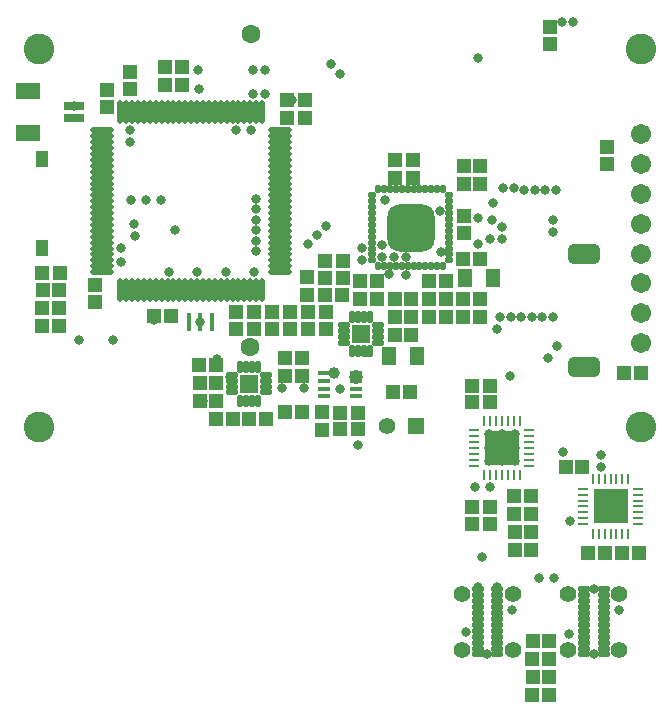
<source format=gts>
G04*
G04 #@! TF.GenerationSoftware,Altium Limited,Altium Designer,21.9.2 (33)*
G04*
G04 Layer_Color=8388736*
%FSLAX25Y25*%
%MOIN*%
G70*
G04*
G04 #@! TF.SameCoordinates,B4EE9FE0-2F64-4693-93D6-35106772D84E*
G04*
G04*
G04 #@! TF.FilePolarity,Negative*
G04*
G01*
G75*
%ADD17R,0.04934X0.04540*%
%ADD18R,0.05131X0.04737*%
%ADD19R,0.04540X0.04934*%
G04:AMPARAMS|DCode=20|XSize=106.42mil|YSize=67.06mil|CornerRadius=18.76mil|HoleSize=0mil|Usage=FLASHONLY|Rotation=0.000|XOffset=0mil|YOffset=0mil|HoleType=Round|Shape=RoundedRectangle|*
%AMROUNDEDRECTD20*
21,1,0.10642,0.02953,0,0,0.0*
21,1,0.06890,0.06706,0,0,0.0*
1,1,0.03753,0.03445,-0.01476*
1,1,0.03753,-0.03445,-0.01476*
1,1,0.03753,-0.03445,0.01476*
1,1,0.03753,0.03445,0.01476*
%
%ADD20ROUNDEDRECTD20*%
%ADD21R,0.04737X0.05131*%
G04:AMPARAMS|DCode=22|XSize=157.61mil|YSize=157.61mil|CornerRadius=41.4mil|HoleSize=0mil|Usage=FLASHONLY|Rotation=180.000|XOffset=0mil|YOffset=0mil|HoleType=Round|Shape=RoundedRectangle|*
%AMROUNDEDRECTD22*
21,1,0.15761,0.07480,0,0,180.0*
21,1,0.07480,0.15761,0,0,180.0*
1,1,0.08280,-0.03740,0.03740*
1,1,0.08280,0.03740,0.03740*
1,1,0.08280,0.03740,-0.03740*
1,1,0.08280,-0.03740,-0.03740*
%
%ADD22ROUNDEDRECTD22*%
%ADD23R,0.03800X0.01000*%
%ADD24R,0.01000X0.03800*%
%ADD25R,0.11811X0.11811*%
%ADD26R,0.04950X0.05906*%
%ADD27O,0.01981X0.07887*%
%ADD28O,0.07887X0.01981*%
%ADD29R,0.04950X0.06299*%
%ADD30R,0.03937X0.05709*%
%ADD31R,0.06312X0.06312*%
G04:AMPARAMS|DCode=32|XSize=41.86mil|YSize=18.24mil|CornerRadius=5.28mil|HoleSize=0mil|Usage=FLASHONLY|Rotation=0.000|XOffset=0mil|YOffset=0mil|HoleType=Round|Shape=RoundedRectangle|*
%AMROUNDEDRECTD32*
21,1,0.04186,0.00768,0,0,0.0*
21,1,0.03130,0.01824,0,0,0.0*
1,1,0.01056,0.01565,-0.00384*
1,1,0.01056,-0.01565,-0.00384*
1,1,0.01056,-0.01565,0.00384*
1,1,0.01056,0.01565,0.00384*
%
%ADD32ROUNDEDRECTD32*%
G04:AMPARAMS|DCode=33|XSize=41.86mil|YSize=18.24mil|CornerRadius=5.28mil|HoleSize=0mil|Usage=FLASHONLY|Rotation=90.000|XOffset=0mil|YOffset=0mil|HoleType=Round|Shape=RoundedRectangle|*
%AMROUNDEDRECTD33*
21,1,0.04186,0.00768,0,0,90.0*
21,1,0.03130,0.01824,0,0,90.0*
1,1,0.01056,0.00384,0.01565*
1,1,0.01056,0.00384,-0.01565*
1,1,0.01056,-0.00384,-0.01565*
1,1,0.01056,-0.00384,0.01565*
%
%ADD33ROUNDEDRECTD33*%
%ADD34R,0.03950X0.01800*%
G04:AMPARAMS|DCode=35|XSize=19.81mil|YSize=41.47mil|CornerRadius=6.95mil|HoleSize=0mil|Usage=FLASHONLY|Rotation=90.000|XOffset=0mil|YOffset=0mil|HoleType=Round|Shape=RoundedRectangle|*
%AMROUNDEDRECTD35*
21,1,0.01981,0.02756,0,0,90.0*
21,1,0.00591,0.04147,0,0,90.0*
1,1,0.01391,0.01378,0.00295*
1,1,0.01391,0.01378,-0.00295*
1,1,0.01391,-0.01378,-0.00295*
1,1,0.01391,-0.01378,0.00295*
%
%ADD35ROUNDEDRECTD35*%
G04:AMPARAMS|DCode=36|XSize=25.72mil|YSize=21.78mil|CornerRadius=5.72mil|HoleSize=0mil|Usage=FLASHONLY|Rotation=0.000|XOffset=0mil|YOffset=0mil|HoleType=Round|Shape=RoundedRectangle|*
%AMROUNDEDRECTD36*
21,1,0.02572,0.01034,0,0,0.0*
21,1,0.01427,0.02178,0,0,0.0*
1,1,0.01145,0.00714,-0.00517*
1,1,0.01145,-0.00714,-0.00517*
1,1,0.01145,-0.00714,0.00517*
1,1,0.01145,0.00714,0.00517*
%
%ADD36ROUNDEDRECTD36*%
G04:AMPARAMS|DCode=37|XSize=25.72mil|YSize=21.78mil|CornerRadius=5.72mil|HoleSize=0mil|Usage=FLASHONLY|Rotation=90.000|XOffset=0mil|YOffset=0mil|HoleType=Round|Shape=RoundedRectangle|*
%AMROUNDEDRECTD37*
21,1,0.02572,0.01034,0,0,90.0*
21,1,0.01427,0.02178,0,0,90.0*
1,1,0.01145,0.00517,0.00714*
1,1,0.01145,0.00517,-0.00714*
1,1,0.01145,-0.00517,-0.00714*
1,1,0.01145,-0.00517,0.00714*
%
%ADD37ROUNDEDRECTD37*%
%ADD38R,0.01181X0.06299*%
%ADD39R,0.07887X0.05524*%
%ADD40R,0.06902X0.03162*%
%ADD41R,0.05512X0.05512*%
%ADD42C,0.05512*%
%ADD43C,0.05524*%
%ADD44C,0.03162*%
%ADD45C,0.03753*%
%ADD46C,0.04737*%
%ADD47C,0.06312*%
%ADD48C,0.03950*%
%ADD49C,0.06706*%
%ADD50C,0.10249*%
D17*
X70000Y111854D02*
D03*
Y106146D02*
D03*
X-5000Y28146D02*
D03*
Y33854D02*
D03*
X18500Y61646D02*
D03*
Y67354D02*
D03*
X41500Y48854D02*
D03*
Y43146D02*
D03*
X-6000Y-16646D02*
D03*
Y-22354D02*
D03*
X89000Y66146D02*
D03*
Y71854D02*
D03*
X-11000Y22646D02*
D03*
Y28354D02*
D03*
X-4500Y11146D02*
D03*
Y16854D02*
D03*
X-10500D02*
D03*
Y11146D02*
D03*
X-16500Y16854D02*
D03*
Y11146D02*
D03*
X-17500Y81646D02*
D03*
Y87354D02*
D03*
X-77500Y85146D02*
D03*
Y90854D02*
D03*
X-81500Y25854D02*
D03*
Y20146D02*
D03*
X-34500Y16854D02*
D03*
Y11146D02*
D03*
X-22500Y16854D02*
D03*
Y11146D02*
D03*
X-28500Y16854D02*
D03*
Y11146D02*
D03*
X44000Y-53854D02*
D03*
Y-48146D02*
D03*
X24500Y61646D02*
D03*
Y67354D02*
D03*
X-11500Y81646D02*
D03*
Y87354D02*
D03*
X-70000Y91146D02*
D03*
Y96854D02*
D03*
D18*
X44000Y-13256D02*
D03*
Y-7744D02*
D03*
X50000Y-13256D02*
D03*
Y-7744D02*
D03*
Y-48244D02*
D03*
Y-53756D02*
D03*
X6000Y-16744D02*
D03*
Y-22256D02*
D03*
X0Y-22256D02*
D03*
Y-16744D02*
D03*
X1000Y33756D02*
D03*
Y28244D02*
D03*
D19*
X41146Y15000D02*
D03*
X46854D02*
D03*
X41146Y34500D02*
D03*
X46854D02*
D03*
Y21000D02*
D03*
X41146D02*
D03*
X-46854Y-1000D02*
D03*
X-41146D02*
D03*
X-12646Y-16500D02*
D03*
X-18354D02*
D03*
X100354Y-3500D02*
D03*
X94646D02*
D03*
X-93646Y12000D02*
D03*
X-99354D02*
D03*
X-61854Y15500D02*
D03*
X-56146D02*
D03*
X64146Y-111000D02*
D03*
X69854D02*
D03*
X64146Y-99000D02*
D03*
X69854D02*
D03*
X12354Y21000D02*
D03*
X6646D02*
D03*
X-4854Y22500D02*
D03*
X854D02*
D03*
X6646Y27000D02*
D03*
X12354D02*
D03*
X35354Y21000D02*
D03*
X29646D02*
D03*
X-12646Y1500D02*
D03*
X-18354D02*
D03*
X-12646Y-4500D02*
D03*
X-18354D02*
D03*
X-24646Y-19000D02*
D03*
X-30354D02*
D03*
X35354Y15000D02*
D03*
X29646D02*
D03*
X35354Y27000D02*
D03*
X29646D02*
D03*
X99854Y-63500D02*
D03*
X94146D02*
D03*
X58146Y-44500D02*
D03*
X63854D02*
D03*
X58146Y-50500D02*
D03*
X63854D02*
D03*
X-99098Y29902D02*
D03*
X-93390D02*
D03*
D20*
X81500Y-1500D02*
D03*
Y36000D02*
D03*
D21*
X46756Y65500D02*
D03*
X41244D02*
D03*
X63756Y-62500D02*
D03*
X58244D02*
D03*
X75244Y-35000D02*
D03*
X80756D02*
D03*
X88256Y-63500D02*
D03*
X82744D02*
D03*
X58244Y-56500D02*
D03*
X-99256Y18000D02*
D03*
X-93744D02*
D03*
X-58256Y98500D02*
D03*
X-52744D02*
D03*
X69756Y-93000D02*
D03*
X64244D02*
D03*
X69756Y-105000D02*
D03*
X64244D02*
D03*
X18244Y15000D02*
D03*
X23756D02*
D03*
X18244Y21000D02*
D03*
X23756D02*
D03*
X23756Y9000D02*
D03*
X18244D02*
D03*
X-41244Y-7000D02*
D03*
X-46756D02*
D03*
X-35744Y-19000D02*
D03*
X-41256D02*
D03*
X-46756Y-13000D02*
D03*
X-41244D02*
D03*
X23256Y-10000D02*
D03*
X17744D02*
D03*
X63756Y-56500D02*
D03*
X41244Y59500D02*
D03*
X46756D02*
D03*
X-52744Y92500D02*
D03*
X-58256D02*
D03*
X-99000Y24000D02*
D03*
X-93488D02*
D03*
D22*
X23610Y44854D02*
D03*
D23*
X44850Y-22594D02*
D03*
Y-24563D02*
D03*
Y-26531D02*
D03*
Y-28500D02*
D03*
Y-30468D02*
D03*
Y-32437D02*
D03*
Y-34405D02*
D03*
X63150D02*
D03*
Y-32437D02*
D03*
Y-30468D02*
D03*
Y-28500D02*
D03*
Y-26531D02*
D03*
Y-24563D02*
D03*
Y-22594D02*
D03*
X99400Y-42094D02*
D03*
Y-44063D02*
D03*
Y-46031D02*
D03*
Y-48000D02*
D03*
Y-49968D02*
D03*
Y-51937D02*
D03*
Y-53905D02*
D03*
X81100D02*
D03*
Y-51937D02*
D03*
Y-49968D02*
D03*
Y-48000D02*
D03*
Y-46031D02*
D03*
Y-44063D02*
D03*
Y-42094D02*
D03*
D24*
X48094Y-37650D02*
D03*
X50063D02*
D03*
X52031D02*
D03*
X54000D02*
D03*
X55968D02*
D03*
X57937D02*
D03*
X59905D02*
D03*
Y-19350D02*
D03*
X57937D02*
D03*
X55968D02*
D03*
X54000D02*
D03*
X52031D02*
D03*
X50063D02*
D03*
X48094D02*
D03*
X84345Y-38850D02*
D03*
X86313D02*
D03*
X88282D02*
D03*
X90250D02*
D03*
X92219D02*
D03*
X94187D02*
D03*
X96156D02*
D03*
Y-57150D02*
D03*
X94187D02*
D03*
X92219D02*
D03*
X90250D02*
D03*
X88282D02*
D03*
X86313D02*
D03*
X84345D02*
D03*
D25*
X54000Y-28500D02*
D03*
X90250Y-48000D02*
D03*
D26*
X41875Y28000D02*
D03*
X51125D02*
D03*
D27*
X-73146Y24000D02*
D03*
X-71177D02*
D03*
X-69209D02*
D03*
X-67240D02*
D03*
X-65272D02*
D03*
X-63303D02*
D03*
X-61335D02*
D03*
X-59366D02*
D03*
X-57398D02*
D03*
X-55429D02*
D03*
X-53461D02*
D03*
X-51492D02*
D03*
X-49524D02*
D03*
X-47555D02*
D03*
X-45587D02*
D03*
X-43618D02*
D03*
X-41650D02*
D03*
X-39681D02*
D03*
X-37713D02*
D03*
X-35744D02*
D03*
X-33776D02*
D03*
X-31807D02*
D03*
X-29839D02*
D03*
X-27870D02*
D03*
X-25902D02*
D03*
Y83449D02*
D03*
X-27870D02*
D03*
X-29839D02*
D03*
X-31807D02*
D03*
X-33776D02*
D03*
X-35744D02*
D03*
X-37713D02*
D03*
X-39681D02*
D03*
X-41650D02*
D03*
X-43618D02*
D03*
X-45587D02*
D03*
X-47555D02*
D03*
X-49524D02*
D03*
X-51492D02*
D03*
X-53461D02*
D03*
X-55429D02*
D03*
X-57398D02*
D03*
X-59366D02*
D03*
X-61335D02*
D03*
X-63303D02*
D03*
X-65272D02*
D03*
X-67240D02*
D03*
X-69209D02*
D03*
X-71177D02*
D03*
X-73146D02*
D03*
D28*
X-19799Y30102D02*
D03*
Y32071D02*
D03*
Y34039D02*
D03*
Y36008D02*
D03*
Y37976D02*
D03*
Y39945D02*
D03*
Y41913D02*
D03*
Y43882D02*
D03*
Y45850D02*
D03*
Y47819D02*
D03*
Y49787D02*
D03*
Y51756D02*
D03*
Y53724D02*
D03*
Y55693D02*
D03*
Y57661D02*
D03*
Y59630D02*
D03*
Y61598D02*
D03*
Y63567D02*
D03*
Y65535D02*
D03*
Y67504D02*
D03*
Y69472D02*
D03*
Y71441D02*
D03*
Y73409D02*
D03*
Y75378D02*
D03*
Y77346D02*
D03*
X-79248D02*
D03*
Y75378D02*
D03*
Y73409D02*
D03*
Y71441D02*
D03*
Y69472D02*
D03*
Y67504D02*
D03*
Y65535D02*
D03*
Y63567D02*
D03*
Y61598D02*
D03*
Y59630D02*
D03*
Y57661D02*
D03*
Y55693D02*
D03*
Y53724D02*
D03*
Y51756D02*
D03*
Y49787D02*
D03*
Y47819D02*
D03*
Y45850D02*
D03*
Y43882D02*
D03*
Y41913D02*
D03*
Y39945D02*
D03*
Y37976D02*
D03*
Y36008D02*
D03*
Y34039D02*
D03*
Y32071D02*
D03*
Y30102D02*
D03*
D29*
X25625Y2000D02*
D03*
X16375D02*
D03*
D30*
X-99193Y67882D02*
D03*
Y38157D02*
D03*
D31*
X-30150Y-7047D02*
D03*
X7000Y9500D02*
D03*
D32*
X-24500Y-4095D02*
D03*
Y-6063D02*
D03*
Y-8032D02*
D03*
Y-10000D02*
D03*
X-35799D02*
D03*
Y-8032D02*
D03*
Y-6063D02*
D03*
Y-4095D02*
D03*
X1350Y12453D02*
D03*
X12650D02*
D03*
Y10484D02*
D03*
Y8516D02*
D03*
Y6547D02*
D03*
X1350D02*
D03*
Y8516D02*
D03*
Y10484D02*
D03*
D33*
X-33102Y-1398D02*
D03*
X-31134D02*
D03*
X-29165D02*
D03*
X-27197D02*
D03*
Y-12697D02*
D03*
X-29165D02*
D03*
X-31134D02*
D03*
X-33102D02*
D03*
X9953Y3850D02*
D03*
X7984D02*
D03*
X6016D02*
D03*
X4047Y15150D02*
D03*
X6016D02*
D03*
X7984D02*
D03*
X9953D02*
D03*
X4047Y3850D02*
D03*
D34*
X5325Y-11338D02*
D03*
Y-8779D02*
D03*
Y-6221D02*
D03*
Y-3661D02*
D03*
X-5325D02*
D03*
Y-6221D02*
D03*
Y-8779D02*
D03*
Y-11338D02*
D03*
D35*
X45945Y-75673D02*
D03*
Y-77642D02*
D03*
Y-79610D02*
D03*
Y-81579D02*
D03*
Y-83547D02*
D03*
Y-85516D02*
D03*
Y-87484D02*
D03*
Y-89453D02*
D03*
Y-91421D02*
D03*
Y-93390D02*
D03*
Y-95358D02*
D03*
Y-97327D02*
D03*
X52480D02*
D03*
Y-95358D02*
D03*
Y-93390D02*
D03*
Y-91421D02*
D03*
Y-89453D02*
D03*
Y-87484D02*
D03*
Y-85516D02*
D03*
Y-83547D02*
D03*
Y-81579D02*
D03*
Y-79610D02*
D03*
Y-77642D02*
D03*
Y-75673D02*
D03*
X87913Y-97327D02*
D03*
Y-95358D02*
D03*
Y-93390D02*
D03*
Y-91421D02*
D03*
Y-89453D02*
D03*
Y-87484D02*
D03*
Y-85516D02*
D03*
Y-83547D02*
D03*
Y-81579D02*
D03*
Y-79610D02*
D03*
Y-77642D02*
D03*
Y-75673D02*
D03*
X81378D02*
D03*
Y-77642D02*
D03*
Y-79610D02*
D03*
Y-81579D02*
D03*
Y-83547D02*
D03*
Y-85516D02*
D03*
Y-87484D02*
D03*
Y-89453D02*
D03*
Y-91421D02*
D03*
Y-93390D02*
D03*
Y-95358D02*
D03*
Y-97327D02*
D03*
D36*
X36465Y34028D02*
D03*
Y35996D02*
D03*
Y37965D02*
D03*
Y39933D02*
D03*
Y41902D02*
D03*
Y43870D02*
D03*
Y45839D02*
D03*
Y47807D02*
D03*
Y49776D02*
D03*
Y51744D02*
D03*
Y53713D02*
D03*
Y55681D02*
D03*
X10756D02*
D03*
Y53713D02*
D03*
Y51744D02*
D03*
Y49776D02*
D03*
Y47807D02*
D03*
Y45839D02*
D03*
Y43870D02*
D03*
Y41902D02*
D03*
Y39933D02*
D03*
Y37965D02*
D03*
Y35996D02*
D03*
Y34028D02*
D03*
D37*
X34437Y57709D02*
D03*
X32469D02*
D03*
X30500D02*
D03*
X28532D02*
D03*
X26563D02*
D03*
X24595D02*
D03*
X22626D02*
D03*
X20658D02*
D03*
X18689D02*
D03*
X16721D02*
D03*
X14752D02*
D03*
X12784D02*
D03*
Y32000D02*
D03*
X14752D02*
D03*
X16721D02*
D03*
X18689D02*
D03*
X20658D02*
D03*
X22626D02*
D03*
X24595D02*
D03*
X26563D02*
D03*
X28532D02*
D03*
X30500D02*
D03*
X32469D02*
D03*
X34437D02*
D03*
D38*
X-50240Y13500D02*
D03*
X-46500D02*
D03*
X-42760D02*
D03*
D39*
X-103980Y76413D02*
D03*
Y90587D02*
D03*
D40*
X-88724Y81532D02*
D03*
Y85469D02*
D03*
D41*
X25421Y-21216D02*
D03*
D42*
X15579D02*
D03*
D43*
X76181Y-95949D02*
D03*
X40748Y-77051D02*
D03*
X57677D02*
D03*
Y-95949D02*
D03*
X40748D02*
D03*
X76181Y-77051D02*
D03*
X93110D02*
D03*
Y-95949D02*
D03*
D44*
X6000Y-27500D02*
D03*
X-45500Y-13000D02*
D03*
X-36500Y-5000D02*
D03*
X51000Y53000D02*
D03*
X42000Y49500D02*
D03*
X71000Y43500D02*
D03*
Y47500D02*
D03*
X73937Y113500D02*
D03*
X70000Y106146D02*
D03*
X77874Y113500D02*
D03*
X46000Y101500D02*
D03*
X52500Y11000D02*
D03*
X56744Y-4500D02*
D03*
X47500Y-65000D02*
D03*
X46854Y15000D02*
D03*
X-16000Y87500D02*
D03*
X33776Y36676D02*
D03*
X46000Y48000D02*
D03*
X50631Y47500D02*
D03*
X54000Y45000D02*
D03*
X50000Y41000D02*
D03*
X46000Y39500D02*
D03*
X54000Y41000D02*
D03*
X-28000Y54500D02*
D03*
Y51000D02*
D03*
Y47500D02*
D03*
Y44000D02*
D03*
Y40500D02*
D03*
Y37000D02*
D03*
X-29500Y77500D02*
D03*
X-34500D02*
D03*
X0Y-9000D02*
D03*
X-19325Y-8429D02*
D03*
X-12000Y-8500D02*
D03*
X-46500Y13500D02*
D03*
X-41000Y1000D02*
D03*
X-99354Y12000D02*
D03*
X-99256Y18000D02*
D03*
X-68500Y46000D02*
D03*
X69500Y1500D02*
D03*
X72500Y5500D02*
D03*
X71000Y15000D02*
D03*
X67500D02*
D03*
X64000D02*
D03*
X-11500Y87500D02*
D03*
X0Y96000D02*
D03*
X-3000Y99500D02*
D03*
X24500Y67354D02*
D03*
X58000Y58000D02*
D03*
X33500Y50500D02*
D03*
X-32000Y-1500D02*
D03*
X74500Y-30000D02*
D03*
X87000Y-31000D02*
D03*
Y-35000D02*
D03*
X76652Y-53000D02*
D03*
X72000Y57500D02*
D03*
X68500D02*
D03*
X65000D02*
D03*
X61500D02*
D03*
X45000Y-41500D02*
D03*
X50000D02*
D03*
X50068Y-53702D02*
D03*
X50000Y-48244D02*
D03*
X66500Y-72000D02*
D03*
X80756Y-35000D02*
D03*
X71500Y-72000D02*
D03*
X46000Y-75000D02*
D03*
X49213Y-97327D02*
D03*
X15000Y54000D02*
D03*
X60500Y15000D02*
D03*
X53500D02*
D03*
X57000D02*
D03*
X94646Y-3500D02*
D03*
X-62000Y14000D02*
D03*
X41146Y34500D02*
D03*
X46854Y21000D02*
D03*
X-68366Y42000D02*
D03*
X-75500Y7500D02*
D03*
X-87000D02*
D03*
X-12646Y1500D02*
D03*
X-29000Y97500D02*
D03*
X-25000D02*
D03*
Y89500D02*
D03*
X-29000D02*
D03*
X90250Y-48000D02*
D03*
Y-52000D02*
D03*
Y-44000D02*
D03*
X94000Y-52000D02*
D03*
X86500Y-48000D02*
D03*
X94000D02*
D03*
Y-44000D02*
D03*
X86500Y-52000D02*
D03*
Y-44000D02*
D03*
X54500Y58000D02*
D03*
X-10000Y11146D02*
D03*
X-54880Y44120D02*
D03*
X-59760Y54000D02*
D03*
X-64760D02*
D03*
X-69760D02*
D03*
X23881Y21000D02*
D03*
X16379Y29545D02*
D03*
X69854Y-111000D02*
D03*
X7500Y38000D02*
D03*
Y34075D02*
D03*
X18000Y35000D02*
D03*
X22065Y29125D02*
D03*
X-73000Y38000D02*
D03*
X14000Y39000D02*
D03*
Y35000D02*
D03*
X-28500Y30000D02*
D03*
X-4500Y45500D02*
D03*
X-7500Y42500D02*
D03*
X-10500Y39500D02*
D03*
X-34500Y11000D02*
D03*
X-22500D02*
D03*
X-28500D02*
D03*
X-47000Y91000D02*
D03*
X-47244Y97500D02*
D03*
X-47500Y30000D02*
D03*
X-38000D02*
D03*
X-57000D02*
D03*
X-99000Y24000D02*
D03*
X-73000Y33500D02*
D03*
X-70000Y73500D02*
D03*
Y77500D02*
D03*
Y96854D02*
D03*
X-99098Y29902D02*
D03*
X-81500Y25854D02*
D03*
X-93390Y29902D02*
D03*
X-88724Y85469D02*
D03*
X-29165Y-12697D02*
D03*
X9000Y3500D02*
D03*
X89000Y71854D02*
D03*
X57500Y-82500D02*
D03*
X76500Y-90500D02*
D03*
X93131Y-82500D02*
D03*
X42000Y-90000D02*
D03*
X64146Y-99000D02*
D03*
X52500Y-75000D02*
D03*
X84646Y-75673D02*
D03*
Y-97327D02*
D03*
X44000Y-48000D02*
D03*
Y-54000D02*
D03*
X64000Y-44500D02*
D03*
Y-50500D02*
D03*
X6646Y21000D02*
D03*
X-11000Y22646D02*
D03*
X49787Y-28500D02*
D03*
Y-33000D02*
D03*
X58287D02*
D03*
X54000D02*
D03*
X58287Y-28500D02*
D03*
X49787Y-24000D02*
D03*
X58287D02*
D03*
X54000D02*
D03*
Y-28500D02*
D03*
X6016Y15150D02*
D03*
X23256Y-10000D02*
D03*
X22000Y35000D02*
D03*
X35354Y21000D02*
D03*
Y15000D02*
D03*
Y27000D02*
D03*
X-4854Y22500D02*
D03*
X-4500Y16854D02*
D03*
X-16500Y11146D02*
D03*
X-77500Y90854D02*
D03*
X-81500Y20146D02*
D03*
D45*
X21000Y50000D02*
D03*
X25000D02*
D03*
X29000D02*
D03*
D46*
X-30150Y-7047D02*
D03*
X5500Y-5000D02*
D03*
D47*
X-29500Y109500D02*
D03*
X-30000Y5000D02*
D03*
D48*
X-2000Y-3500D02*
D03*
D49*
X100394Y66071D02*
D03*
Y26357D02*
D03*
Y16429D02*
D03*
Y36286D02*
D03*
Y6500D02*
D03*
Y46214D02*
D03*
Y76000D02*
D03*
Y56143D02*
D03*
D50*
Y-21500D02*
D03*
X-100394D02*
D03*
Y104500D02*
D03*
X100394D02*
D03*
M02*

</source>
